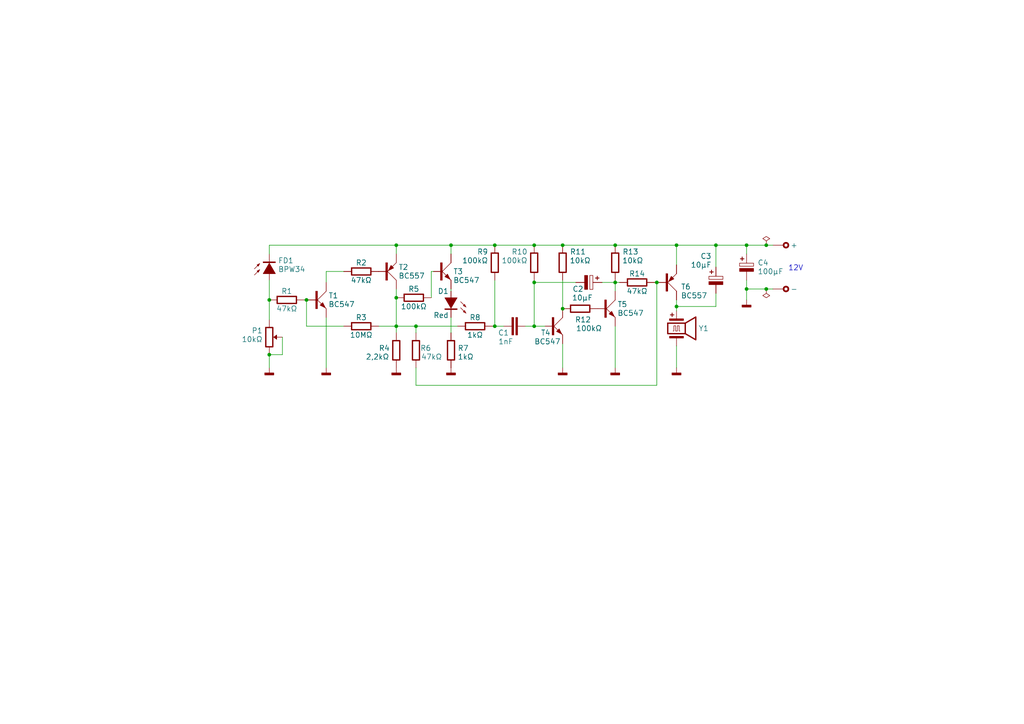
<source format=kicad_sch>
(kicad_sch (version 20211123) (generator eeschema)
  (paper "A4")
  (title_block (title "Ośla Łączka W5C12") (date "2022-06-17") (rev "2") (company "Kuba Michalik") (comment 1 "Poprawione działanie sygnału dźwiękowego przy krótkich zdarzeniach"))
  (lib_symbols
    (symbol "*Custom_Generic:Buzzer_Piezo_Active" (pin_numbers hide) (pin_names (offset 0) hide)
      (property "Reference" "Y" (at 2.54 4.318 0))
      (property "Value" "Buzzer_Piezo_Active" (at 24.257 -5.207 0))
      (symbol "Buzzer_Piezo_Active_0_0"
        (rectangle (start -2.54 1.524) (end 2.54 -1.524) (stroke (width 0.381)))
        (rectangle (start -2.032 -2.286) (end 2.032 -2.794) (fill (type outline)))
        (rectangle (start -2.032 2.794) (end 2.032 2.286) (fill (type outline)))
      )
      (symbol "Buzzer_Piezo_Active_0_1"
        (polyline (pts (xy -1.778 3.937) (xy -0.762 3.937)) (stroke (width 0.254)))
        (polyline (pts (xy -1.27 4.445) (xy -1.27 3.429)) (stroke (width 0.254)))
        (polyline (pts (xy 2.54 1.524) (xy 5.588 3.302) (xy 5.588 -3.302) (xy 2.54 -1.524)) (stroke (width 0.381)))
        (polyline (pts (xy -1.016 -0.762) (xy -0.762 -0.762) (xy -0.762 0.762) (xy -0.254 0.762) (xy -0.254 -0.762) (xy 0.254 -0.762) (xy 0.254 0.762) (xy 0.762 0.762) (xy 0.762 -0.762) (xy 1.016 -0.762)))
      )
      (symbol "Buzzer_Piezo_Active_1_1"
        (pin passive line (at 0 5.08 270) (length 2.54) (name "1") (number "1"))
        (pin passive line (at 0 -5.08 90) (length 2.54) (name "2") (number "2"))
      )
    )
    (symbol "*Custom_Generic:C" (pin_numbers hide) (pin_names (offset 0.254))
      (property "Reference" "C" (at 2.921 3.048 0))
      (property "Value" "C" (at 2.921 0.635 0))
      (symbol "C_0_1"
        (rectangle (start -2.54 0.381) (end 2.54 -0.127) (fill (type outline)))
        (rectangle (start -2.54 1.524) (end 2.54 1.016) (fill (type outline)))
      )
      (symbol "C_1_1"
        (pin passive line (at 0 3.81 270) (length 2.54) (name "~") (number "1"))
        (pin passive line (at 0 -2.54 90) (length 2.54) (name "~") (number "2"))
      )
    )
    (symbol "*Custom_Generic:C_Polarized" (pin_numbers hide) (pin_names (offset 0.254) hide)
      (property "Reference" "C" (at 0.635 2.54 0))
      (property "Value" "C_Polarized" (at 0.635 -2.54 0))
      (symbol "C_Polarized_0_1"
        (rectangle (start -2.032 -0.381) (end 2.032 -1.27) (fill (type outline)))
        (rectangle (start -2.032 1.143) (end 2.032 0.254))
        (polyline (pts (xy -1.778 2.413) (xy -0.762 2.413)) (stroke (width 0.254)))
        (polyline (pts (xy -1.27 2.921) (xy -1.27 1.905)) (stroke (width 0.254)))
      )
      (symbol "C_Polarized_1_1"
        (pin passive line (at 0 -3.81 90) (length 2.794) (name "-") (number "1"))
        (pin passive line (at 0 3.81 270) (length 2.667) (name "+") (number "2"))
      )
    )
    (symbol "*Custom_Generic:Conn_Point" (pin_numbers hide) (pin_names (offset 1.016) hide)
      (property "Reference" "J" (at 0 2.54 0))
      (property "Value" "Conn_Point" (at 0 -2.54 0))
      (symbol "Conn_Point_0_1"
        (circle (center 0 0) (radius 0.6839) (stroke (width 0.508)))
      )
      (symbol "Conn_Point_1_1"
        (pin passive line (at -3.81 0 0) (length 3.175) (name "Pin_1") (number "1"))
      )
    )
    (symbol "*Custom_Generic:D_photo" (pin_numbers hide) (pin_names (offset 1.016) hide)
      (property "Reference" "FD" (at 0 -2.921 0))
      (property "Value" "D_photo" (at 0 -5.588 0))
      (symbol "D_photo_0_1"
        (rectangle (start -1.27 1.778) (end -1.524 -1.778) (fill (type outline)))
        (polyline (pts (xy 0.508 4.318) (xy -0.635 3.175)) (stroke (width 0.1524)))
        (polyline (pts (xy 2.286 4.318) (xy 1.143 3.175)) (stroke (width 0.1524)))
        (polyline (pts (xy -1.143 0) (xy 1.905 -1.778) (xy 1.905 1.778) (xy -1.143 0)) (fill (type outline)))
        (polyline (pts (xy -1.016 2.794) (xy -0.254 3.175) (xy -0.635 3.556) (xy -1.016 2.794)) (fill (type outline)))
        (polyline (pts (xy 0.762 2.794) (xy 1.524 3.175) (xy 1.143 3.556) (xy 0.762 2.794)) (fill (type outline)))
      )
      (symbol "D_photo_1_1"
        (pin passive line (at -3.81 0 0) (length 2.54) (name "K") (number "1"))
        (pin passive line (at 3.81 0 180) (length 2.54) (name "A") (number "2"))
      )
    )
    (symbol "*Custom_Generic:LED" (pin_numbers hide) (pin_names (offset 1.016) hide)
      (property "Reference" "D" (at 0 2.921 0))
      (property "Value" "LED" (at 0 5.588 0))
      (symbol "LED_0_1"
        (rectangle (start -1.524 1.778) (end -1.27 -1.778) (fill (type outline)))
        (polyline (pts (xy -1.016 -2.794) (xy -2.159 -3.937)) (stroke (width 0.1524)))
        (polyline (pts (xy 0.762 -2.794) (xy -0.381 -3.937)) (stroke (width 0.1524)))
        (polyline (pts (xy -2.54 -4.318) (xy -1.778 -3.937) (xy -2.159 -3.556) (xy -2.54 -4.318)) (fill (type outline)))
        (polyline (pts (xy -1.143 0) (xy 1.905 1.778) (xy 1.905 -1.778) (xy -1.143 0)) (fill (type outline)))
        (polyline (pts (xy -0.762 -4.318) (xy 0 -3.937) (xy -0.381 -3.556) (xy -0.762 -4.318)) (fill (type outline)))
      )
      (symbol "LED_1_1"
        (pin passive line (at -3.81 0 0) (length 2.54) (name "K") (number "1"))
        (pin passive line (at 3.81 0 180) (length 2.54) (name "A") (number "2"))
      )
    )
    (symbol "*Custom_Generic:NPN_BJT_CBE" (pin_numbers hide) (pin_names (offset 0) hide)
      (property "Reference" "T" (at 3.81 1.27 0))
      (property "Value" "NPN_BJT_CBE" (at 3.81 -1.27 0))
      (symbol "NPN_BJT_CBE_0_1"
        (rectangle (start -0.508 2.54) (end 0 -2.54) (fill (type outline)))
        (rectangle (start 0 -0.254) (end 0 -0.254))
        (polyline (pts (xy 0 0) (xy 2.54 -2.54)))
        (polyline (pts (xy 0 0) (xy 2.54 2.54)))
        (polyline (pts (xy 2.286 -2.286) (xy 1.524 -0.762) (xy 0.762 -1.524) (xy 2.286 -2.286)) (fill (type outline)))
        (rectangle (start 0 1.016) (end 0 1.016))
      )
      (symbol "NPN_BJT_CBE_1_1"
        (pin passive line (at 2.54 5.08 270) (length 2.54) (name "C") (number "1"))
        (pin input line (at -2.54 0 0) (length 2.54) (name "B") (number "2"))
        (pin passive line (at 2.54 -5.08 90) (length 2.54) (name "E") (number "3"))
      )
    )
    (symbol "*Custom_Generic:P" (pin_numbers hide) (pin_names (offset 0) hide)
      (property "Reference" "P" (at 2.413 -2.159 0))
      (property "Value" "P" (at 2.413 2.032 0))
      (symbol "P_0_0"
        (text "" (at 0 3.937 0) (effects (font (size 1.27 1.27))))
      )
      (symbol "P_0_1"
        (rectangle (start -1.016 2.794) (end 1.016 -2.794) (stroke (width 0.381)))
        (polyline (pts (xy 1.27 0) (xy 2.159 0.635) (xy 2.159 -0.635) (xy 1.27 0)) (fill (type outline)))
      )
      (symbol "P_1_1"
        (pin passive line (at 0 5.08 270) (length 2.25) (name "1") (number "1"))
        (pin passive line (at 3.81 0 180) (length 2.25) (name "2") (number "2"))
        (pin passive line (at 0 -5.08 90) (length 2.25) (name "3") (number "3"))
      )
    )
    (symbol "*Custom_Generic:PNP_BJT_CBE" (pin_numbers hide) (pin_names (offset 0) hide)
      (property "Reference" "T" (at 3.81 1.27 0))
      (property "Value" "PNP_BJT_CBE" (at 3.81 -1.27 0))
      (symbol "PNP_BJT_CBE_0_1"
        (rectangle (start -0.508 2.54) (end 0 -2.54) (fill (type outline)))
        (rectangle (start 0 -0.254) (end 0 -0.254))
        (polyline (pts (xy 0 0) (xy 2.54 -2.54)))
        (polyline (pts (xy 0 0) (xy 2.54 2.54)))
        (polyline (pts (xy 0.254 -0.254) (xy 1.016 -1.778) (xy 1.778 -1.016) (xy 0.254 -0.254)) (fill (type outline)))
        (rectangle (start 0 1.016) (end 0 1.016))
      )
      (symbol "PNP_BJT_CBE_1_1"
        (pin passive line (at 2.54 5.08 270) (length 2.54) (name "C") (number "1"))
        (pin input line (at -2.54 0 0) (length 2.54) (name "B") (number "2"))
        (pin passive line (at 2.54 -5.08 90) (length 2.54) (name "E") (number "3"))
      )
    )
    (symbol "*Custom_Generic:R" (pin_numbers hide) (pin_names (offset 0))
      (property "Reference" "R" (at 2.413 0 90))
      (property "Value" "R" (at -2.286 0 90))
      (symbol "R_0_1"
        (rectangle (start -1.016 2.794) (end 1.016 -2.794) (stroke (width 0.381)))
      )
      (symbol "R_1_1"
        (pin passive line (at 0 5.08 270) (length 2.25) (name "~") (number "1"))
        (pin passive line (at 0 -5.08 90) (length 2.25) (name "~") (number "2"))
      )
    )
    (symbol "power:GNDD" (power) (pin_names (offset 0))
      (property "Value" "GNDD" (at 0 -3.175 0))
      (symbol "GNDD_0_1"
        (rectangle (start -1.27 -1.524) (end 1.27 -2.032) (stroke (width 0.254)) (fill (type outline)))
        (polyline (pts (xy 0 0) (xy 0 -1.524)))
      )
      (symbol "GNDD_1_1"
        (pin power_in line (at 0 0 270) (length 0) hide (name "GNDD") (number "1"))
      )
    )
    (symbol "power:PWR_FLAG" (power) (pin_numbers hide) (pin_names (offset 0) hide)
      (property "Value" "PWR_FLAG" (at 0 3.81 0))
      (symbol "PWR_FLAG_0_0"
        (pin power_out line (at 0 0 90) (length 0) (name "pwr") (number "1"))
      )
      (symbol "PWR_FLAG_0_1"
        (polyline (pts (xy 0 0) (xy 0 1.27) (xy -1.016 1.905) (xy 0 2.54) (xy 1.016 1.905) (xy 0 1.27)))
      )
    )
  )
  (junction (at 196.215 88.9))
  (junction (at 143.51 71.12))
  (junction (at 163.195 89.535))
  (junction (at 154.94 71.12))
  (junction (at 216.535 71.12))
  (junction (at 207.645 71.12))
  (junction (at 222.25 71.12))
  (junction (at 216.535 83.82))
  (junction (at 196.215 71.12))
  (junction (at 114.935 94.615))
  (junction (at 222.25 83.82))
  (junction (at 190.5 81.915))
  (junction (at 114.935 71.12))
  (junction (at 88.9 86.995))
  (junction (at 163.195 71.12))
  (junction (at 78.105 86.995))
  (junction (at 178.435 81.915))
  (junction (at 143.51 94.615))
  (junction (at 114.935 86.36))
  (junction (at 178.435 71.12))
  (junction (at 154.94 94.615))
  (junction (at 120.65 94.615))
  (junction (at 154.94 81.915))
  (junction (at 130.81 71.12))
  (junction (at 78.105 102.87))
  (wire (pts (xy 196.215 76.835) (xy 196.215 71.12)))
  (wire (pts (xy 174.625 81.915) (xy 178.435 81.915)))
  (wire (pts (xy 154.94 81.28) (xy 154.94 81.915)))
  (wire (pts (xy 167.005 81.915) (xy 154.94 81.915)))
  (wire (pts (xy 191.135 81.915) (xy 190.5 81.915)))
  (wire (pts (xy 216.535 71.12) (xy 216.535 73.66)))
  (wire (pts (xy 196.215 100.33) (xy 196.215 106.68)))
  (wire (pts (xy 120.65 96.52) (xy 120.65 94.615)))
  (wire (pts (xy 114.935 86.36) (xy 114.935 94.615)))
  (wire (pts (xy 120.65 94.615) (xy 132.715 94.615)))
  (wire (pts (xy 114.935 86.36) (xy 114.935 83.82)))
  (wire (pts (xy 130.81 71.12) (xy 114.935 71.12)))
  (wire (pts (xy 78.105 81.28) (xy 78.105 86.995)))
  (wire (pts (xy 78.105 102.87) (xy 78.105 106.68)))
  (wire (pts (xy 152.4 94.615) (xy 154.94 94.615)))
  (wire (pts (xy 130.81 71.12) (xy 143.51 71.12)))
  (wire (pts (xy 130.81 83.82) (xy 130.81 84.455)))
  (wire (pts (xy 190.5 111.76) (xy 120.65 111.76)))
  (wire (pts (xy 207.645 77.47) (xy 207.645 71.12)))
  (wire (pts (xy 88.9 86.995) (xy 89.535 86.995)))
  (wire (pts (xy 143.51 94.615) (xy 146.05 94.615)))
  (wire (pts (xy 154.94 71.12) (xy 163.195 71.12)))
  (wire (pts (xy 178.435 81.915) (xy 178.435 84.455)))
  (wire (pts (xy 88.265 86.995) (xy 88.9 86.995)))
  (wire (pts (xy 78.105 71.12) (xy 78.105 73.66)))
  (wire (pts (xy 94.615 78.74) (xy 99.695 78.74)))
  (wire (pts (xy 154.94 81.915) (xy 154.94 94.615)))
  (wire (pts (xy 163.195 71.12) (xy 178.435 71.12)))
  (wire (pts (xy 143.51 81.28) (xy 143.51 94.615)))
  (wire (pts (xy 178.435 94.615) (xy 178.435 106.68)))
  (wire (pts (xy 99.695 94.615) (xy 88.9 94.615)))
  (wire (pts (xy 81.915 102.87) (xy 81.915 97.79)))
  (wire (pts (xy 114.935 94.615) (xy 114.935 96.52)))
  (wire (pts (xy 78.105 102.87) (xy 81.915 102.87)))
  (wire (pts (xy 222.25 71.12) (xy 216.535 71.12)))
  (wire (pts (xy 190.5 81.915) (xy 190.5 111.76)))
  (wire (pts (xy 114.935 71.12) (xy 114.935 73.66)))
  (wire (pts (xy 163.195 81.28) (xy 163.195 89.535)))
  (wire (pts (xy 78.105 71.12) (xy 114.935 71.12)))
  (wire (pts (xy 196.215 86.995) (xy 196.215 88.9)))
  (wire (pts (xy 94.615 81.915) (xy 94.615 78.74)))
  (wire (pts (xy 190.5 81.915) (xy 189.865 81.915)))
  (wire (pts (xy 130.81 73.66) (xy 130.81 71.12)))
  (wire (pts (xy 207.645 71.12) (xy 216.535 71.12)))
  (wire (pts (xy 125.73 78.74) (xy 125.095 78.74)))
  (wire (pts (xy 130.81 96.52) (xy 130.81 92.075)))
  (wire (pts (xy 216.535 81.28) (xy 216.535 83.82)))
  (wire (pts (xy 142.875 94.615) (xy 143.51 94.615)))
  (wire (pts (xy 222.25 83.82) (xy 216.535 83.82)))
  (wire (pts (xy 196.215 88.9) (xy 196.215 90.17)))
  (wire (pts (xy 196.215 71.12) (xy 207.645 71.12)))
  (wire (pts (xy 224.155 71.12) (xy 222.25 71.12)))
  (wire (pts (xy 120.65 111.76) (xy 120.65 106.68)))
  (wire (pts (xy 216.535 83.82) (xy 216.535 86.995)))
  (wire (pts (xy 94.615 92.075) (xy 94.615 106.68)))
  (wire (pts (xy 196.215 71.12) (xy 178.435 71.12)))
  (wire (pts (xy 154.94 94.615) (xy 158.115 94.615)))
  (wire (pts (xy 224.155 83.82) (xy 222.25 83.82)))
  (wire (pts (xy 163.195 99.695) (xy 163.195 106.68)))
  (wire (pts (xy 143.51 71.12) (xy 154.94 71.12)))
  (wire (pts (xy 88.9 94.615) (xy 88.9 86.995)))
  (wire (pts (xy 178.435 81.915) (xy 179.705 81.915)))
  (wire (pts (xy 114.935 94.615) (xy 120.65 94.615)))
  (wire (pts (xy 178.435 81.28) (xy 178.435 81.915)))
  (wire (pts (xy 207.645 88.9) (xy 196.215 88.9)))
  (wire (pts (xy 78.105 86.995) (xy 78.105 92.71)))
  (wire (pts (xy 207.645 85.09) (xy 207.645 88.9)))
  (wire (pts (xy 109.855 94.615) (xy 114.935 94.615)))
  (wire (pts (xy 125.095 78.74) (xy 125.095 86.36)))
  (text "12V" (at 228.6 78.74 0) (effects (font (size 1.524 1.524)) (justify left bottom)))
  (symbol (lib_id "*Custom_Generic:PNP_BJT_CBE") (at 112.395 78.74 0) (mirror x) (unit 1)
    (property "Reference" "T2" (at 115.57 77.47 0) (effects (font (size 1.524 1.524)) (justify left)))
    (property "Value" "BC557" (at 115.57 80.01 0) (effects (font (size 1.524 1.524)) (justify left)))
  )
  (symbol (lib_id "*Custom_Generic:R") (at 154.94 76.2 180) (unit 1)
    (property "Reference" "R10" (at 153.035 73.025 0) (effects (font (size 1.524 1.524)) (justify left)))
    (property "Value" "100kΩ" (at 153.035 75.565 0) (effects (font (size 1.524 1.524)) (justify left)))
  )
  (symbol (lib_id "power:GNDD") (at 94.615 106.68 0) (unit 1)
    (property "Reference" "#PWR02" (effects hide))
    (property "Value" "GNDD" (effects hide))
  )
  (symbol (lib_id "*Custom_Generic:Conn_Point") (at 227.965 71.12 0) (unit 1)
    (property "Reference" "J1" (effects hide))
    (property "Value" "+" (at 229.235 71.12 0) (effects (font (size 1.524 1.524)) (justify left)))
  )
  (symbol (lib_id "*Custom_Generic:R") (at 120.015 86.36 270) (unit 1)
    (property "Reference" "R5" (at 120.015 83.82 90) (effects (font (size 1.524 1.524))))
    (property "Value" "100kΩ" (at 120.015 88.9 90) (effects (font (size 1.524 1.524))))
  )
  (symbol (lib_id "power:GNDD") (at 130.81 106.68 0) (unit 1)
    (property "Reference" "#PWR04" (effects hide))
    (property "Value" "GNDD" (effects hide))
  )
  (symbol (lib_id "*Custom_Generic:Conn_Point") (at 227.965 83.82 0) (unit 1)
    (property "Reference" "J2" (effects hide))
    (property "Value" "−" (at 229.235 83.82 0) (effects (font (size 1.524 1.524)) (justify left)))
  )
  (symbol (lib_id "*Custom_Generic:NPN_BJT_CBE") (at 160.655 94.615 0) (unit 1)
    (property "Reference" "T4" (at 156.845 96.52 0) (effects (font (size 1.524 1.524)) (justify left)))
    (property "Value" "BC547" (at 154.94 99.06 0) (effects (font (size 1.524 1.524)) (justify left)))
  )
  (symbol (lib_id "*Custom_Generic:C_Polarized") (at 216.535 77.47 0) (unit 1)
    (property "Reference" "C4" (at 219.71 76.2 0) (effects (font (size 1.524 1.524)) (justify left)))
    (property "Value" "100μF" (at 219.71 78.74 0) (effects (font (size 1.524 1.524)) (justify left)))
  )
  (symbol (lib_id "*Custom_Generic:R") (at 83.185 86.995 270) (unit 1)
    (property "Reference" "R1" (at 83.185 84.455 90) (effects (font (size 1.524 1.524))))
    (property "Value" "47kΩ" (at 83.185 89.535 90) (effects (font (size 1.524 1.524))))
  )
  (symbol (lib_id "*Custom_Generic:R") (at 178.435 76.2 180) (unit 1)
    (property "Reference" "R13" (at 182.88 73.025 0) (effects (font (size 1.524 1.524))))
    (property "Value" "10kΩ" (at 183.515 75.565 0) (effects (font (size 1.524 1.524))))
  )
  (symbol (lib_id "power:GNDD") (at 196.215 106.68 0) (unit 1)
    (property "Reference" "#PWR07" (effects hide))
    (property "Value" "GNDD" (effects hide))
  )
  (symbol (lib_id "*Custom_Generic:NPN_BJT_CBE") (at 92.075 86.995 0) (unit 1)
    (property "Reference" "T1" (at 95.25 85.725 0) (effects (font (size 1.524 1.524)) (justify left)))
    (property "Value" "BC547" (at 95.25 88.265 0) (effects (font (size 1.524 1.524)) (justify left)))
  )
  (symbol (lib_id "*Custom_Generic:C_Polarized") (at 207.645 81.28 0) (unit 1)
    (property "Reference" "C3" (at 206.375 74.295 0) (effects (font (size 1.524 1.524)) (justify right)))
    (property "Value" "10μF" (at 206.375 76.835 0) (effects (font (size 1.524 1.524)) (justify right)))
  )
  (symbol (lib_id "*Custom_Generic:Buzzer_Piezo_Active") (at 196.215 95.25 0) (unit 1)
    (property "Reference" "Y1" (at 202.565 95.25 0) (effects (font (size 1.524 1.524)) (justify left)))
    (property "Value" "Buzzer_Piezo_Active" (effects hide))
  )
  (symbol (lib_id "*Custom_Generic:R") (at 163.195 76.2 180) (unit 1)
    (property "Reference" "R11" (at 167.64 73.025 0) (effects (font (size 1.524 1.524))))
    (property "Value" "10kΩ" (at 168.275 75.565 0) (effects (font (size 1.524 1.524))))
  )
  (symbol (lib_id "power:GNDD") (at 114.935 106.68 0) (unit 1)
    (property "Reference" "#PWR03" (effects hide))
    (property "Value" "GNDD" (effects hide))
  )
  (symbol (lib_id "*Custom_Generic:NPN_BJT_CBE") (at 128.27 78.74 0) (unit 1)
    (property "Reference" "T3" (at 131.445 78.74 0) (effects (font (size 1.524 1.524)) (justify left)))
    (property "Value" "BC547" (at 131.445 81.28 0) (effects (font (size 1.524 1.524)) (justify left)))
  )
  (symbol (lib_id "*Custom_Generic:R") (at 114.935 101.6 180) (unit 1)
    (property "Reference" "R4" (at 109.855 100.965 0) (effects (font (size 1.524 1.524)) (justify right)))
    (property "Value" "2,2kΩ" (at 106.045 103.505 0) (effects (font (size 1.524 1.524)) (justify right)))
  )
  (symbol (lib_id "power:GNDD") (at 78.105 106.68 0) (unit 1)
    (property "Reference" "#PWR01" (effects hide))
    (property "Value" "GNDD" (effects hide))
  )
  (symbol (lib_id "*Custom_Generic:R") (at 104.775 94.615 270) (unit 1)
    (property "Reference" "R3" (at 104.775 92.075 90) (effects (font (size 1.524 1.524))))
    (property "Value" "10MΩ" (at 104.775 97.155 90) (effects (font (size 1.524 1.524))))
  )
  (symbol (lib_id "*Custom_Generic:R") (at 184.785 81.915 270) (unit 1)
    (property "Reference" "R14" (at 184.785 79.375 90) (effects (font (size 1.524 1.524))))
    (property "Value" "47kΩ" (at 184.785 84.455 90) (effects (font (size 1.524 1.524))))
  )
  (symbol (lib_id "*Custom_Generic:R") (at 143.51 76.2 180) (unit 1)
    (property "Reference" "R9" (at 141.605 73.025 0) (effects (font (size 1.524 1.524)) (justify left)))
    (property "Value" "100kΩ" (at 141.605 75.565 0) (effects (font (size 1.524 1.524)) (justify left)))
  )
  (symbol (lib_id "*Custom_Generic:LED") (at 130.81 88.265 90) (unit 1)
    (property "Reference" "D1" (at 130.175 84.455 90) (effects (font (size 1.524 1.524)) (justify left)))
    (property "Value" "Red" (at 130.175 91.44 90) (effects (font (size 1.524 1.524)) (justify left)))
  )
  (symbol (lib_id "*Custom_Generic:PNP_BJT_CBE") (at 193.675 81.915 0) (mirror x) (unit 1)
    (property "Reference" "T6" (at 197.485 83.185 0) (effects (font (size 1.524 1.524)) (justify left)))
    (property "Value" "BC557" (at 197.485 85.725 0) (effects (font (size 1.524 1.524)) (justify left)))
  )
  (symbol (lib_id "power:PWR_FLAG") (at 222.25 83.82 180) (unit 1)
    (property "Reference" "#FLG02" (effects hide))
    (property "Value" "PWR_FLAG" (effects hide))
  )
  (symbol (lib_id "power:GNDD") (at 163.195 106.68 0) (unit 1)
    (property "Reference" "#PWR05" (effects hide))
    (property "Value" "GNDD" (effects hide))
  )
  (symbol (lib_id "*Custom_Generic:R") (at 168.275 89.535 270) (unit 1)
    (property "Reference" "R12" (at 171.45 92.71 90) (effects (font (size 1.524 1.524)) (justify right)))
    (property "Value" "100kΩ" (at 174.625 95.25 90) (effects (font (size 1.524 1.524)) (justify right)))
  )
  (symbol (lib_id "*Custom_Generic:C") (at 148.59 94.615 270) (unit 1)
    (property "Reference" "C1" (at 146.05 96.52 90) (effects (font (size 1.524 1.524))))
    (property "Value" "1nF" (at 146.685 99.06 90) (effects (font (size 1.524 1.524))))
  )
  (symbol (lib_id "*Custom_Generic:C_Polarized") (at 170.815 81.915 270) (unit 1)
    (property "Reference" "C2" (at 167.64 83.82 90) (effects (font (size 1.524 1.524))))
    (property "Value" "10μF" (at 168.91 86.36 90) (effects (font (size 1.524 1.524))))
  )
  (symbol (lib_id "*Custom_Generic:R") (at 130.81 101.6 180) (unit 1)
    (property "Reference" "R7" (at 132.715 100.965 0) (effects (font (size 1.524 1.524)) (justify right)))
    (property "Value" "1kΩ" (at 132.715 103.505 0) (effects (font (size 1.524 1.524)) (justify right)))
  )
  (symbol (lib_id "*Custom_Generic:R") (at 104.775 78.74 270) (unit 1)
    (property "Reference" "R2" (at 104.775 76.2 90) (effects (font (size 1.524 1.524))))
    (property "Value" "47kΩ" (at 104.775 81.28 90) (effects (font (size 1.524 1.524))))
  )
  (symbol (lib_id "*Custom_Generic:R") (at 137.795 94.615 270) (unit 1)
    (property "Reference" "R8" (at 137.795 92.075 90) (effects (font (size 1.524 1.524))))
    (property "Value" "1kΩ" (at 137.795 97.155 90) (effects (font (size 1.524 1.524))))
  )
  (symbol (lib_id "*Custom_Generic:D_photo") (at 78.105 77.47 90) (mirror x) (unit 1)
    (property "Reference" "FD1" (at 80.645 75.565 90) (effects (font (size 1.524 1.524)) (justify right)))
    (property "Value" "BPW34" (at 80.645 78.105 90) (effects (font (size 1.524 1.524)) (justify right)))
  )
  (symbol (lib_id "*Custom_Generic:NPN_BJT_CBE") (at 175.895 89.535 0) (unit 1)
    (property "Reference" "T5" (at 179.07 88.265 0) (effects (font (size 1.524 1.524)) (justify left)))
    (property "Value" "BC547" (at 179.07 90.805 0) (effects (font (size 1.524 1.524)) (justify left)))
  )
  (symbol (lib_id "power:PWR_FLAG") (at 222.25 71.12 0) (unit 1)
    (property "Reference" "#FLG01" (effects hide))
    (property "Value" "PWR_FLAG" (effects hide))
  )
  (symbol (lib_id "*Custom_Generic:P") (at 78.105 97.79 0) (unit 1)
    (property "Reference" "P1" (at 76.2 95.885 0) (effects (font (size 1.524 1.524)) (justify right)))
    (property "Value" "10kΩ" (at 76.2 98.425 0) (effects (font (size 1.524 1.524)) (justify right)))
  )
  (symbol (lib_id "*Custom_Generic:R") (at 120.65 101.6 0) (mirror x) (unit 1)
    (property "Reference" "R6" (at 125.095 100.965 0) (effects (font (size 1.524 1.524)) (justify right)))
    (property "Value" "47kΩ" (at 128.27 103.505 0) (effects (font (size 1.524 1.524)) (justify right)))
  )
  (symbol (lib_id "power:GNDD") (at 216.535 86.995 0) (unit 1)
    (property "Reference" "#PWR08" (effects hide))
    (property "Value" "GNDD" (effects hide))
  )
  (symbol (lib_id "power:GNDD") (at 178.435 106.68 0) (unit 1)
    (property "Reference" "#PWR06" (effects hide))
    (property "Value" "GNDD" (effects hide))
  )
)
</source>
